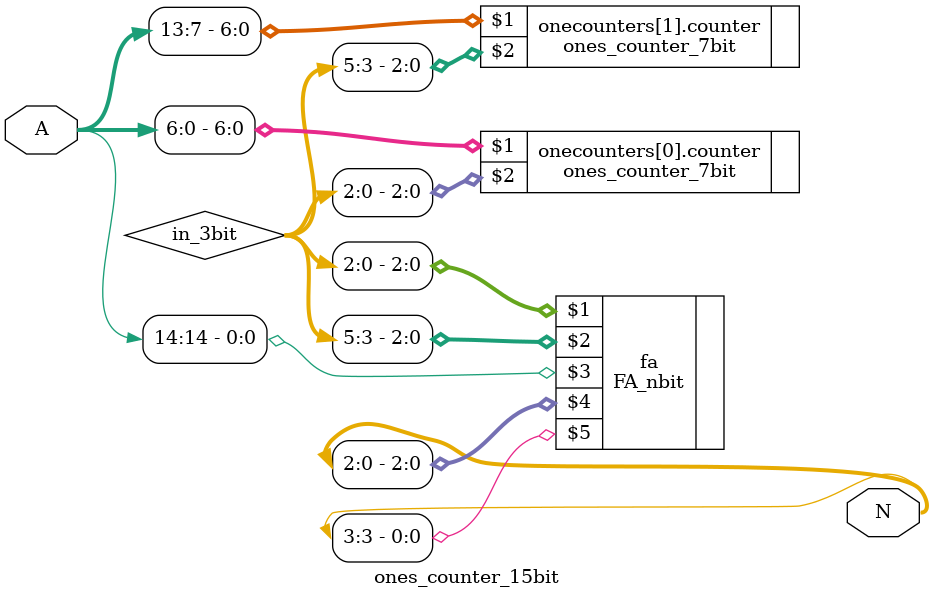
<source format=sv>
`timescale 1ns/1ns

module ones_counter_15bit (input [14:0] A, output [3:0] N);

	wire [5:0] in_3bit;
	genvar i;

	generate
	for (i=0; i < 2; i = i + 1) begin: onecounters
		ones_counter_7bit counter(A[i*7+6:i*7], in_3bit[i*3+2:i*3]);
	end
	endgenerate


	parameter m = 3;
	FA_nbit #(m) fa(in_3bit[2:0], in_3bit[5:3], A[14], N[2:0], N[3]);

endmodule

</source>
